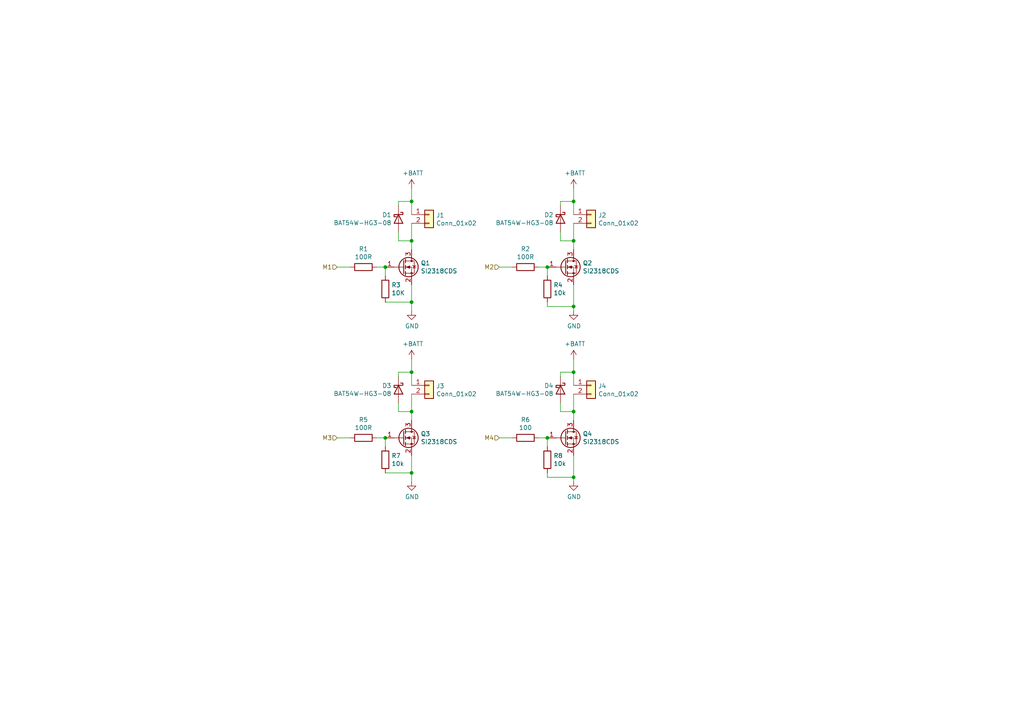
<source format=kicad_sch>
(kicad_sch (version 20211123) (generator eeschema)
  (paper "A4")
  (lib_symbols
    (symbol "Connector_Generic:Conn_01x02" (pin_names (offset 1.016) hide)
      (property "Reference" "J" (at 0 2.54 0))
      (property "Value" "Conn_01x02" (at 0 -5.08 0))
      (symbol "Conn_01x02_1_1"
        (rectangle (start -1.27 -2.413) (end 0 -2.667) (stroke (width 0.1524)))
        (rectangle (start -1.27 0.127) (end 0 -0.127) (stroke (width 0.1524)))
        (rectangle (start -1.27 1.27) (end 1.27 -3.81) (stroke (width 0.254)) (fill (type background)))
        (pin passive line (at -5.08 0 0) (length 3.81) (name "Pin_1") (number "1"))
        (pin passive line (at -5.08 -2.54 0) (length 3.81) (name "Pin_2") (number "2"))
      )
    )
    (symbol "CustomFET:SI2318CDS" (pin_names hide)
      (property "Reference" "Q" (at 5.08 1.905 0))
      (property "Value" "SI2318CDS" (at 5.08 0 0))
      (symbol "SI2318CDS_0_1"
        (polyline (pts (xy 0.254 0) (xy -2.54 0)))
        (polyline (pts (xy 0.254 1.905) (xy 0.254 -1.905)) (stroke (width 0.254)))
        (polyline (pts (xy 0.762 -1.27) (xy 0.762 -2.286)) (stroke (width 0.254)))
        (polyline (pts (xy 0.762 0.508) (xy 0.762 -0.508)) (stroke (width 0.254)))
        (polyline (pts (xy 0.762 2.286) (xy 0.762 1.27)) (stroke (width 0.254)))
        (polyline (pts (xy 2.54 2.54) (xy 2.54 1.778)))
        (polyline (pts (xy 2.54 -2.54) (xy 2.54 0) (xy 0.762 0)))
        (polyline (pts (xy 0.762 -1.778) (xy 3.302 -1.778) (xy 3.302 1.778) (xy 0.762 1.778)))
        (polyline (pts (xy 1.016 0) (xy 2.032 0.381) (xy 2.032 -0.381) (xy 1.016 0)) (fill (type outline)))
        (polyline (pts (xy 2.794 0.508) (xy 2.921 0.381) (xy 3.683 0.381) (xy 3.81 0.254)))
        (polyline (pts (xy 3.302 0.381) (xy 2.921 -0.254) (xy 3.683 -0.254) (xy 3.302 0.381)))
        (circle (center 1.651 0) (radius 2.794) (stroke (width 0.254)))
        (circle (center 2.54 -1.778) (radius 0.254) (fill (type outline)))
        (circle (center 2.54 1.778) (radius 0.254) (fill (type outline)))
      )
      (symbol "SI2318CDS_1_1"
        (pin input line (at -5.08 0 0) (length 2.54) (name "G") (number "1"))
        (pin passive line (at 2.54 -5.08 90) (length 2.54) (name "S") (number "2"))
        (pin passive line (at 2.54 5.08 270) (length 2.54) (name "D") (number "3"))
      )
    )
    (symbol "Device:R" (pin_numbers hide) (pin_names (offset 0))
      (property "Reference" "R" (at 2.032 0 90))
      (property "Value" "R" (at 0 0 90))
      (symbol "R_0_1"
        (rectangle (start -1.016 -2.54) (end 1.016 2.54) (stroke (width 0.254)))
      )
      (symbol "R_1_1"
        (pin passive line (at 0 3.81 270) (length 1.27) (name "~") (number "1"))
        (pin passive line (at 0 -3.81 90) (length 1.27) (name "~") (number "2"))
      )
    )
    (symbol "custom:BAT54W-HG3-08" (pin_numbers hide) (pin_names (offset 1.016) hide)
      (property "Reference" "D" (at 0 2.54 0))
      (property "Value" "BAT54W-HG3-08" (at 0 -2.54 0))
      (symbol "BAT54W-HG3-08_0_1"
        (polyline (pts (xy 1.27 0) (xy -1.27 0)))
        (polyline (pts (xy 1.27 1.27) (xy 1.27 -1.27) (xy -1.27 0) (xy 1.27 1.27)) (stroke (width 0.254)))
        (polyline (pts (xy -1.905 0.635) (xy -1.905 1.27) (xy -1.27 1.27) (xy -1.27 -1.27) (xy -0.635 -1.27) (xy -0.635 -0.635)) (stroke (width 0.254)))
      )
      (symbol "BAT54W-HG3-08_1_1"
        (pin passive line (at -3.81 0 0) (length 2.54) (name "K") (number "1"))
        (pin passive line (at 3.81 0 180) (length 2.54) (name "A") (number "2"))
      )
    )
    (symbol "power:+BATT" (power) (pin_names (offset 0))
      (property "Value" "+BATT" (at 0 3.556 0))
      (symbol "+BATT_0_1"
        (polyline (pts (xy -0.762 1.27) (xy 0 2.54)))
        (polyline (pts (xy 0 0) (xy 0 2.54)))
        (polyline (pts (xy 0 2.54) (xy 0.762 1.27)))
      )
      (symbol "+BATT_1_1"
        (pin power_in line (at 0 0 90) (length 0) hide (name "+BATT") (number "1"))
      )
    )
    (symbol "power:GND" (power) (pin_names (offset 0))
      (property "Value" "GND" (at 0 -3.81 0))
      (symbol "GND_0_1"
        (polyline (pts (xy 0 0) (xy 0 -1.27) (xy 1.27 -1.27) (xy 0 -2.54) (xy -1.27 -1.27) (xy 0 -1.27)))
      )
      (symbol "GND_1_1"
        (pin power_in line (at 0 0 270) (length 0) hide (name "GND") (number "1"))
      )
    )
  )
  (junction (at 111.76 127))
  (junction (at 166.37 69.85))
  (junction (at 158.75 127))
  (junction (at 119.38 137.16))
  (junction (at 111.76 77.47))
  (junction (at 119.38 69.85))
  (junction (at 119.38 119.38))
  (junction (at 119.38 107.95))
  (junction (at 119.38 58.42))
  (junction (at 166.37 88.9))
  (junction (at 166.37 138.43))
  (junction (at 166.37 58.42))
  (junction (at 119.38 87.63))
  (junction (at 158.75 77.47))
  (junction (at 166.37 119.38))
  (junction (at 166.37 107.95))
  (wire (pts (xy 166.37 114.3) (xy 166.37 119.38)))
  (wire (pts (xy 119.38 58.42) (xy 119.38 62.23)))
  (wire (pts (xy 166.37 138.43) (xy 166.37 139.7)))
  (wire (pts (xy 166.37 64.77) (xy 166.37 69.85)))
  (wire (pts (xy 162.56 107.95) (xy 162.56 109.22)))
  (wire (pts (xy 166.37 107.95) (xy 166.37 111.76)))
  (wire (pts (xy 162.56 119.38) (xy 162.56 116.84)))
  (wire (pts (xy 115.57 107.95) (xy 115.57 109.22)))
  (wire (pts (xy 166.37 104.14) (xy 166.37 107.95)))
  (wire (pts (xy 166.37 54.61) (xy 166.37 58.42)))
  (wire (pts (xy 119.38 104.14) (xy 119.38 107.95)))
  (wire (pts (xy 158.75 88.9) (xy 166.37 88.9)))
  (wire (pts (xy 111.76 80.01) (xy 111.76 77.47)))
  (wire (pts (xy 158.75 127) (xy 158.75 129.54)))
  (wire (pts (xy 119.38 87.63) (xy 119.38 90.17)))
  (wire (pts (xy 156.21 127) (xy 158.75 127)))
  (wire (pts (xy 111.76 87.63) (xy 119.38 87.63)))
  (wire (pts (xy 101.6 77.47) (xy 97.79 77.47)))
  (wire (pts (xy 158.75 87.63) (xy 158.75 88.9)))
  (wire (pts (xy 166.37 58.42) (xy 166.37 62.23)))
  (wire (pts (xy 166.37 69.85) (xy 166.37 72.39)))
  (wire (pts (xy 119.38 69.85) (xy 115.57 69.85)))
  (wire (pts (xy 166.37 132.08) (xy 166.37 138.43)))
  (wire (pts (xy 119.38 69.85) (xy 119.38 72.39)))
  (wire (pts (xy 158.75 137.16) (xy 158.75 138.43)))
  (wire (pts (xy 166.37 88.9) (xy 166.37 90.17)))
  (wire (pts (xy 119.38 137.16) (xy 119.38 139.7)))
  (wire (pts (xy 115.57 119.38) (xy 115.57 116.84)))
  (wire (pts (xy 115.57 69.85) (xy 115.57 67.31)))
  (wire (pts (xy 119.38 132.08) (xy 119.38 137.16)))
  (wire (pts (xy 111.76 137.16) (xy 119.38 137.16)))
  (wire (pts (xy 109.22 127) (xy 111.76 127)))
  (wire (pts (xy 119.38 119.38) (xy 115.57 119.38)))
  (wire (pts (xy 119.38 107.95) (xy 115.57 107.95)))
  (wire (pts (xy 166.37 107.95) (xy 162.56 107.95)))
  (wire (pts (xy 148.59 127) (xy 144.78 127)))
  (wire (pts (xy 119.38 54.61) (xy 119.38 58.42)))
  (wire (pts (xy 166.37 82.55) (xy 166.37 88.9)))
  (wire (pts (xy 158.75 138.43) (xy 166.37 138.43)))
  (wire (pts (xy 166.37 58.42) (xy 162.56 58.42)))
  (wire (pts (xy 162.56 69.85) (xy 162.56 67.31)))
  (wire (pts (xy 162.56 58.42) (xy 162.56 59.69)))
  (wire (pts (xy 158.75 77.47) (xy 158.75 80.01)))
  (wire (pts (xy 119.38 119.38) (xy 119.38 121.92)))
  (wire (pts (xy 109.22 77.47) (xy 111.76 77.47)))
  (wire (pts (xy 119.38 58.42) (xy 115.57 58.42)))
  (wire (pts (xy 156.21 77.47) (xy 158.75 77.47)))
  (wire (pts (xy 101.6 127) (xy 97.79 127)))
  (wire (pts (xy 119.38 64.77) (xy 119.38 69.85)))
  (wire (pts (xy 119.38 114.3) (xy 119.38 119.38)))
  (wire (pts (xy 166.37 119.38) (xy 162.56 119.38)))
  (wire (pts (xy 111.76 129.54) (xy 111.76 127)))
  (wire (pts (xy 119.38 82.55) (xy 119.38 87.63)))
  (wire (pts (xy 148.59 77.47) (xy 144.78 77.47)))
  (wire (pts (xy 115.57 58.42) (xy 115.57 59.69)))
  (wire (pts (xy 166.37 119.38) (xy 166.37 121.92)))
  (wire (pts (xy 119.38 107.95) (xy 119.38 111.76)))
  (wire (pts (xy 166.37 69.85) (xy 162.56 69.85)))
  (hierarchical_label "M3" (shape input) (at 97.79 127 180))
  (hierarchical_label "M1" (shape input) (at 97.79 77.47 180))
  (hierarchical_label "M2" (shape input) (at 144.78 77.47 180))
  (hierarchical_label "M4" (shape input) (at 144.78 127 180))
  (symbol (lib_id "CustomFET:SI2318CDS") (at 116.84 77.47 0) (unit 1)
    (property "Reference" "Q1" (at 122.0216 76.3016 0) (effects (justify left)))
    (property "Value" "SI2318CDS" (at 122.0216 78.613 0) (effects (justify left)))
    (property "Footprint" "Package_TO_SOT_SMD:SOT-23" (effects hide))
    (property "Datasheet" "https://www.mouser.pl/datasheet/2/427/si2318cd-1764714.pdf" (effects hide))
  )
  (symbol (lib_id "Connector_Generic:Conn_01x02") (at 124.46 62.23 0) (unit 1)
    (property "Reference" "J1" (at 126.492 62.4332 0) (effects (justify left)))
    (property "Value" "Conn_01x02" (at 126.492 64.7446 0) (effects (justify left)))
    (property "Footprint" "Connector_PinSocket_2.00mm:PinSocket_1x02_P2.00mm_Vertical" (effects hide))
  )
  (symbol (lib_id "Device:R") (at 105.41 77.47 270) (unit 1)
    (property "Reference" "R1" (at 105.41 72.2122 90))
    (property "Value" "100R" (at 105.41 74.5236 90))
    (property "Footprint" "Resistor_SMD:R_0402_1005Metric" (effects hide))
  )
  (symbol (lib_id "power:+BATT") (at 119.38 54.61 0) (unit 1)
    (property "Reference" "#PWR01" (effects hide))
    (property "Value" "+BATT" (at 119.761 50.2158 0))
  )
  (symbol (lib_id "power:GND") (at 119.38 90.17 0) (unit 1)
    (property "Reference" "#PWR03" (effects hide))
    (property "Value" "GND" (at 119.507 94.5642 0))
  )
  (symbol (lib_id "CustomFET:SI2318CDS") (at 163.83 77.47 0) (unit 1)
    (property "Reference" "Q2" (at 169.0116 76.3016 0) (effects (justify left)))
    (property "Value" "SI2318CDS" (at 169.0116 78.613 0) (effects (justify left)))
    (property "Footprint" "Package_TO_SOT_SMD:SOT-23" (effects hide))
    (property "Datasheet" "https://www.mouser.pl/datasheet/2/427/si2318cd-1764714.pdf" (effects hide))
  )
  (symbol (lib_id "Connector_Generic:Conn_01x02") (at 171.45 62.23 0) (unit 1)
    (property "Reference" "J2" (at 173.482 62.4332 0) (effects (justify left)))
    (property "Value" "Conn_01x02" (at 173.482 64.7446 0) (effects (justify left)))
    (property "Footprint" "Connector_PinSocket_2.00mm:PinSocket_1x02_P2.00mm_Vertical" (effects hide))
  )
  (symbol (lib_id "Device:R") (at 152.4 77.47 270) (unit 1)
    (property "Reference" "R2" (at 152.4 72.2122 90))
    (property "Value" "100R" (at 152.4 74.5236 90))
    (property "Footprint" "Resistor_SMD:R_0402_1005Metric" (effects hide))
  )
  (symbol (lib_id "power:+BATT") (at 166.37 54.61 0) (unit 1)
    (property "Reference" "#PWR02" (effects hide))
    (property "Value" "+BATT" (at 166.751 50.2158 0))
  )
  (symbol (lib_id "power:GND") (at 166.37 90.17 0) (unit 1)
    (property "Reference" "#PWR04" (effects hide))
    (property "Value" "GND" (at 166.497 94.5642 0))
  )
  (symbol (lib_id "custom:BAT54W-HG3-08") (at 115.57 63.5 270) (unit 1)
    (property "Reference" "D1" (at 113.538 62.3316 90) (effects (justify right)))
    (property "Value" "BAT54W-HG3-08" (at 113.538 64.643 90) (effects (justify right)))
    (property "Footprint" "Diode_SMD:D_SOD-123" (effects hide))
    (property "Datasheet" "www.st.com/resource/en/datasheet/bat48.pdf" (effects hide))
  )
  (symbol (lib_id "custom:BAT54W-HG3-08") (at 162.56 63.5 270) (unit 1)
    (property "Reference" "D2" (at 160.528 62.3316 90) (effects (justify right)))
    (property "Value" "BAT54W-HG3-08" (at 160.528 64.643 90) (effects (justify right)))
    (property "Footprint" "Diode_SMD:D_SOD-123" (effects hide))
    (property "Datasheet" "www.st.com/resource/en/datasheet/bat48.pdf" (effects hide))
  )
  (symbol (lib_id "Device:R") (at 111.76 83.82 0) (unit 1)
    (property "Reference" "R3" (at 113.538 82.6516 0) (effects (justify left)))
    (property "Value" "10K" (at 113.538 84.963 0) (effects (justify left)))
    (property "Footprint" "Resistor_SMD:R_0402_1005Metric" (effects hide))
  )
  (symbol (lib_id "Device:R") (at 158.75 83.82 0) (unit 1)
    (property "Reference" "R4" (at 160.528 82.6516 0) (effects (justify left)))
    (property "Value" "10k" (at 160.528 84.963 0) (effects (justify left)))
    (property "Footprint" "Resistor_SMD:R_0402_1005Metric" (effects hide))
  )
  (symbol (lib_id "CustomFET:SI2318CDS") (at 116.84 127 0) (unit 1)
    (property "Reference" "Q3" (at 122.0216 125.8316 0) (effects (justify left)))
    (property "Value" "SI2318CDS" (at 122.0216 128.143 0) (effects (justify left)))
    (property "Footprint" "Package_TO_SOT_SMD:SOT-23" (effects hide))
    (property "Datasheet" "https://www.mouser.pl/datasheet/2/427/si2318cd-1764714.pdf" (effects hide))
  )
  (symbol (lib_id "Connector_Generic:Conn_01x02") (at 124.46 111.76 0) (unit 1)
    (property "Reference" "J3" (at 126.492 111.9632 0) (effects (justify left)))
    (property "Value" "Conn_01x02" (at 126.492 114.2746 0) (effects (justify left)))
    (property "Footprint" "Connector_PinSocket_2.00mm:PinSocket_1x02_P2.00mm_Vertical" (effects hide))
  )
  (symbol (lib_id "Device:R") (at 105.41 127 270) (unit 1)
    (property "Reference" "R5" (at 105.41 121.7422 90))
    (property "Value" "100R" (at 105.41 124.0536 90))
    (property "Footprint" "Resistor_SMD:R_0402_1005Metric" (effects hide))
  )
  (symbol (lib_id "power:+BATT") (at 119.38 104.14 0) (unit 1)
    (property "Reference" "#PWR05" (effects hide))
    (property "Value" "+BATT" (at 119.761 99.7458 0))
  )
  (symbol (lib_id "power:GND") (at 119.38 139.7 0) (unit 1)
    (property "Reference" "#PWR07" (effects hide))
    (property "Value" "GND" (at 119.507 144.0942 0))
  )
  (symbol (lib_id "CustomFET:SI2318CDS") (at 163.83 127 0) (unit 1)
    (property "Reference" "Q4" (at 169.0116 125.8316 0) (effects (justify left)))
    (property "Value" "SI2318CDS" (at 169.0116 128.143 0) (effects (justify left)))
    (property "Footprint" "Package_TO_SOT_SMD:SOT-23" (effects hide))
    (property "Datasheet" "https://www.mouser.pl/datasheet/2/427/si2318cd-1764714.pdf" (effects hide))
  )
  (symbol (lib_id "Connector_Generic:Conn_01x02") (at 171.45 111.76 0) (unit 1)
    (property "Reference" "J4" (at 173.482 111.9632 0) (effects (justify left)))
    (property "Value" "Conn_01x02" (at 173.482 114.2746 0) (effects (justify left)))
    (property "Footprint" "Connector_PinSocket_2.00mm:PinSocket_1x02_P2.00mm_Vertical" (effects hide))
  )
  (symbol (lib_id "Device:R") (at 152.4 127 270) (unit 1)
    (property "Reference" "R6" (at 152.4 121.7422 90))
    (property "Value" "100" (at 152.4 124.0536 90))
    (property "Footprint" "Resistor_SMD:R_0402_1005Metric" (effects hide))
  )
  (symbol (lib_id "power:+BATT") (at 166.37 104.14 0) (unit 1)
    (property "Reference" "#PWR06" (effects hide))
    (property "Value" "+BATT" (at 166.751 99.7458 0))
  )
  (symbol (lib_id "power:GND") (at 166.37 139.7 0) (unit 1)
    (property "Reference" "#PWR08" (effects hide))
    (property "Value" "GND" (at 166.497 144.0942 0))
  )
  (symbol (lib_id "custom:BAT54W-HG3-08") (at 115.57 113.03 270) (unit 1)
    (property "Reference" "D3" (at 113.538 111.8616 90) (effects (justify right)))
    (property "Value" "BAT54W-HG3-08" (at 113.538 114.173 90) (effects (justify right)))
    (property "Footprint" "Diode_SMD:D_SOD-123" (effects hide))
    (property "Datasheet" "www.st.com/resource/en/datasheet/bat48.pdf" (effects hide))
  )
  (symbol (lib_id "custom:BAT54W-HG3-08") (at 162.56 113.03 270) (unit 1)
    (property "Reference" "D4" (at 160.528 111.8616 90) (effects (justify right)))
    (property "Value" "BAT54W-HG3-08" (at 160.528 114.173 90) (effects (justify right)))
    (property "Footprint" "Diode_SMD:D_SOD-123" (effects hide))
    (property "Datasheet" "www.st.com/resource/en/datasheet/bat48.pdf" (effects hide))
  )
  (symbol (lib_id "Device:R") (at 111.76 133.35 0) (unit 1)
    (property "Reference" "R7" (at 113.538 132.1816 0) (effects (justify left)))
    (property "Value" "10k" (at 113.538 134.493 0) (effects (justify left)))
    (property "Footprint" "Resistor_SMD:R_0402_1005Metric" (effects hide))
  )
  (symbol (lib_id "Device:R") (at 158.75 133.35 0) (unit 1)
    (property "Reference" "R8" (at 160.528 132.1816 0) (effects (justify left)))
    (property "Value" "10k" (at 160.528 134.493 0) (effects (justify left)))
    (property "Footprint" "Resistor_SMD:R_0402_1005Metric" (effects hide))
  )
)
</source>
